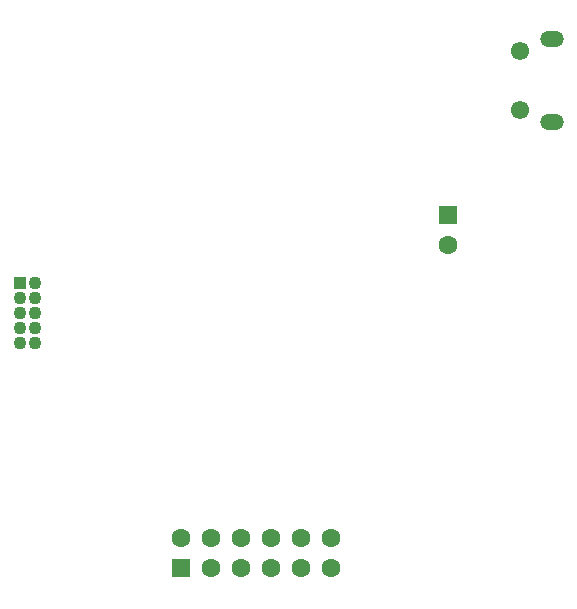
<source format=gbs>
G04 Layer_Color=16711935*
%FSLAX43Y43*%
%MOMM*%
G71*
G01*
G75*
%ADD55C,1.600*%
%ADD68O,2.000X1.350*%
%ADD69C,1.550*%
%ADD70R,1.600X1.600*%
%ADD71R,1.100X1.100*%
%ADD72C,1.100*%
%ADD73R,0.100X0.100*%
%ADD74R,1.600X1.600*%
D55*
X30820Y9700D02*
D03*
Y7160D02*
D03*
X28280Y9700D02*
D03*
Y7160D02*
D03*
X25740Y9700D02*
D03*
Y7160D02*
D03*
X23200Y9700D02*
D03*
Y7160D02*
D03*
X20660Y9700D02*
D03*
Y7160D02*
D03*
X18120Y9700D02*
D03*
X40700Y34560D02*
D03*
D68*
X49500Y51950D02*
D03*
Y44950D02*
D03*
D69*
X46800Y50950D02*
D03*
Y45950D02*
D03*
D70*
X18120Y7160D02*
D03*
D71*
X4505Y31313D02*
D03*
D72*
X5775D02*
D03*
X4505Y30043D02*
D03*
X5775D02*
D03*
X4505Y28773D02*
D03*
X5775D02*
D03*
X4505Y27503D02*
D03*
X5775D02*
D03*
X4505Y26233D02*
D03*
X5775D02*
D03*
D73*
X4000Y5000D02*
D03*
X46000D02*
D03*
X43000Y54000D02*
D03*
X4000D02*
D03*
D74*
X40700Y37100D02*
D03*
M02*

</source>
